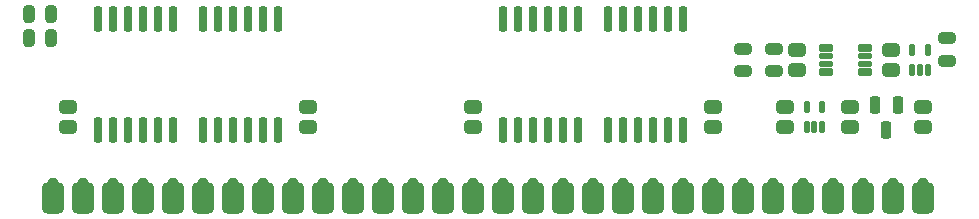
<source format=gts>
G04 #@! TF.GenerationSoftware,KiCad,Pcbnew,7.0.1-0*
G04 #@! TF.CreationDate,2023-11-01T19:37:58-04:00*
G04 #@! TF.ProjectId,GW4194,47573431-3934-42e6-9b69-6361645f7063,1.1-SOJ-DC*
G04 #@! TF.SameCoordinates,Original*
G04 #@! TF.FileFunction,Soldermask,Top*
G04 #@! TF.FilePolarity,Negative*
%FSLAX46Y46*%
G04 Gerber Fmt 4.6, Leading zero omitted, Abs format (unit mm)*
G04 Created by KiCad (PCBNEW 7.0.1-0) date 2023-11-01 19:37:58*
%MOMM*%
%LPD*%
G01*
G04 APERTURE LIST*
G04 Aperture macros list*
%AMRoundRect*
0 Rectangle with rounded corners*
0 $1 Rounding radius*
0 $2 $3 $4 $5 $6 $7 $8 $9 X,Y pos of 4 corners*
0 Add a 4 corners polygon primitive as box body*
4,1,4,$2,$3,$4,$5,$6,$7,$8,$9,$2,$3,0*
0 Add four circle primitives for the rounded corners*
1,1,$1+$1,$2,$3*
1,1,$1+$1,$4,$5*
1,1,$1+$1,$6,$7*
1,1,$1+$1,$8,$9*
0 Add four rect primitives between the rounded corners*
20,1,$1+$1,$2,$3,$4,$5,0*
20,1,$1+$1,$4,$5,$6,$7,0*
20,1,$1+$1,$6,$7,$8,$9,0*
20,1,$1+$1,$8,$9,$2,$3,0*%
G04 Aperture macros list end*
%ADD10RoundRect,0.312500X0.437500X-0.262500X0.437500X0.262500X-0.437500X0.262500X-0.437500X-0.262500X0*%
%ADD11C,0.952400*%
%ADD12RoundRect,0.520700X-0.444500X-0.825500X0.444500X-0.825500X0.444500X0.825500X-0.444500X0.825500X0*%
%ADD13RoundRect,0.262500X0.212500X0.487500X-0.212500X0.487500X-0.212500X-0.487500X0.212500X-0.487500X0*%
%ADD14RoundRect,0.262500X-0.212500X-0.487500X0.212500X-0.487500X0.212500X0.487500X-0.212500X0.487500X0*%
%ADD15RoundRect,0.312500X-0.437500X0.262500X-0.437500X-0.262500X0.437500X-0.262500X0.437500X0.262500X0*%
%ADD16RoundRect,0.262500X-0.487500X0.212500X-0.487500X-0.212500X0.487500X-0.212500X0.487500X0.212500X0*%
%ADD17RoundRect,0.140000X0.100000X-0.400000X0.100000X0.400000X-0.100000X0.400000X-0.100000X-0.400000X0*%
%ADD18RoundRect,0.250000X-0.200000X0.475000X-0.200000X-0.475000X0.200000X-0.475000X0.200000X0.475000X0*%
%ADD19RoundRect,0.262500X0.487500X-0.212500X0.487500X0.212500X-0.487500X0.212500X-0.487500X-0.212500X0*%
%ADD20RoundRect,0.200000X0.150000X-0.866000X0.150000X0.866000X-0.150000X0.866000X-0.150000X-0.866000X0*%
%ADD21RoundRect,0.186300X-0.425000X-0.150000X0.425000X-0.150000X0.425000X0.150000X-0.425000X0.150000X0*%
%ADD22RoundRect,0.136300X-0.475000X-0.100000X0.475000X-0.100000X0.475000X0.100000X-0.475000X0.100000X0*%
%ADD23RoundRect,0.148800X-0.462500X-0.112500X0.462500X-0.112500X0.462500X0.112500X-0.462500X0.112500X0*%
G04 APERTURE END LIST*
D10*
X85090000Y-94107000D03*
X85090000Y-92407000D03*
X105410000Y-94107000D03*
X105410000Y-92407000D03*
X119380000Y-94107000D03*
X119380000Y-92407000D03*
X157480000Y-94107000D03*
X157480000Y-92407000D03*
D11*
X83820000Y-98806000D03*
D12*
X83820000Y-100076000D03*
D11*
X86360000Y-98806000D03*
D12*
X86360000Y-100076000D03*
D11*
X88900000Y-98806000D03*
D12*
X88900000Y-100076000D03*
D11*
X91440000Y-98806000D03*
D12*
X91440000Y-100076000D03*
D11*
X93980000Y-98806000D03*
D12*
X93980000Y-100076000D03*
D11*
X96520000Y-98806000D03*
D12*
X96520000Y-100076000D03*
D11*
X99060000Y-98806000D03*
D12*
X99060000Y-100076000D03*
D11*
X101600000Y-98806000D03*
D12*
X101600000Y-100076000D03*
D11*
X104140000Y-98806000D03*
D12*
X104140000Y-100076000D03*
D11*
X106680000Y-98806000D03*
D12*
X106680000Y-100076000D03*
D11*
X109220000Y-98806000D03*
D12*
X109220000Y-100076000D03*
D11*
X111760000Y-98806000D03*
D12*
X111760000Y-100076000D03*
D11*
X114300000Y-98806000D03*
D12*
X114300000Y-100076000D03*
D11*
X116840000Y-98806000D03*
D12*
X116840000Y-100076000D03*
D11*
X119380000Y-98806000D03*
D12*
X119380000Y-100076000D03*
D11*
X121920000Y-98806000D03*
D12*
X121920000Y-100076000D03*
D11*
X124460000Y-98806000D03*
D12*
X124460000Y-100076000D03*
D11*
X127000000Y-98806000D03*
D12*
X127000000Y-100076000D03*
D11*
X129540000Y-98806000D03*
D12*
X129540000Y-100076000D03*
D11*
X132080000Y-98806000D03*
D12*
X132080000Y-100076000D03*
D11*
X134620000Y-98806000D03*
D12*
X134620000Y-100076000D03*
D11*
X137160000Y-98806000D03*
D12*
X137160000Y-100076000D03*
D11*
X139700000Y-98806000D03*
D12*
X139700000Y-100076000D03*
D11*
X142240000Y-98806000D03*
D12*
X142240000Y-100076000D03*
D11*
X144780000Y-98806000D03*
D12*
X144780000Y-100076000D03*
D11*
X147320000Y-98806000D03*
D12*
X147320000Y-100076000D03*
D11*
X149860000Y-98806000D03*
D12*
X149860000Y-100076000D03*
D11*
X152400000Y-98806000D03*
D12*
X152400000Y-100076000D03*
D11*
X154940000Y-98806000D03*
D12*
X154940000Y-100076000D03*
D11*
X157480000Y-98806000D03*
D12*
X157480000Y-100076000D03*
D13*
X83650000Y-86500000D03*
X81750000Y-86500000D03*
D14*
X81750000Y-84500000D03*
X83650000Y-84500000D03*
D15*
X146800000Y-87550000D03*
X146800000Y-89250000D03*
D16*
X144800000Y-87450000D03*
X144800000Y-89350000D03*
D17*
X147600000Y-94100000D03*
X148250000Y-94100000D03*
X148900000Y-94100000D03*
X148900000Y-92400000D03*
X147600000Y-92400000D03*
X156550000Y-89250000D03*
X157200000Y-89250000D03*
X157850000Y-89250000D03*
X157850000Y-87550000D03*
X156550000Y-87550000D03*
D15*
X154700000Y-87550000D03*
X154700000Y-89250000D03*
D18*
X155300000Y-92200000D03*
X153400000Y-92200000D03*
X154350000Y-94300000D03*
D15*
X151250000Y-92400000D03*
X151250000Y-94100000D03*
D19*
X142200000Y-89350000D03*
X142200000Y-87450000D03*
D15*
X145800000Y-92400000D03*
X145800000Y-94100000D03*
D20*
X121920000Y-94361000D03*
X123190000Y-94361000D03*
X124460000Y-94361000D03*
X125730000Y-94361000D03*
X127000000Y-94361000D03*
X128270000Y-94361000D03*
X130810000Y-94361000D03*
X132080000Y-94361000D03*
X133350000Y-94361000D03*
X134620000Y-94361000D03*
X135890000Y-94361000D03*
X137160000Y-94361000D03*
X137160000Y-84963000D03*
X135890000Y-84963000D03*
X134620000Y-84963000D03*
X133350000Y-84963000D03*
X132080000Y-84963000D03*
X130810000Y-84963000D03*
X128270000Y-84963000D03*
X127000000Y-84963000D03*
X125730000Y-84963000D03*
X124460000Y-84963000D03*
X123190000Y-84963000D03*
X121920000Y-84963000D03*
X87630000Y-94361000D03*
X88900000Y-94361000D03*
X90170000Y-94361000D03*
X91440000Y-94361000D03*
X92710000Y-94361000D03*
X93980000Y-94361000D03*
X96520000Y-94361000D03*
X97790000Y-94361000D03*
X99060000Y-94361000D03*
X100330000Y-94361000D03*
X101600000Y-94361000D03*
X102870000Y-94361000D03*
X102870000Y-84963000D03*
X101600000Y-84963000D03*
X100330000Y-84963000D03*
X99060000Y-84963000D03*
X97790000Y-84963000D03*
X96520000Y-84963000D03*
X93980000Y-84963000D03*
X92710000Y-84963000D03*
X91440000Y-84963000D03*
X90170000Y-84963000D03*
X88900000Y-84963000D03*
X87630000Y-84963000D03*
D10*
X139700000Y-94107000D03*
X139700000Y-92407000D03*
D21*
X149200000Y-87350000D03*
D22*
X149200000Y-88075000D03*
X149200000Y-88725000D03*
D21*
X149200000Y-89450000D03*
X152500000Y-89450000D03*
D23*
X152500000Y-88725000D03*
X152500000Y-88075000D03*
D21*
X152500000Y-87350000D03*
D16*
X159500000Y-86550000D03*
X159500000Y-88450000D03*
M02*

</source>
